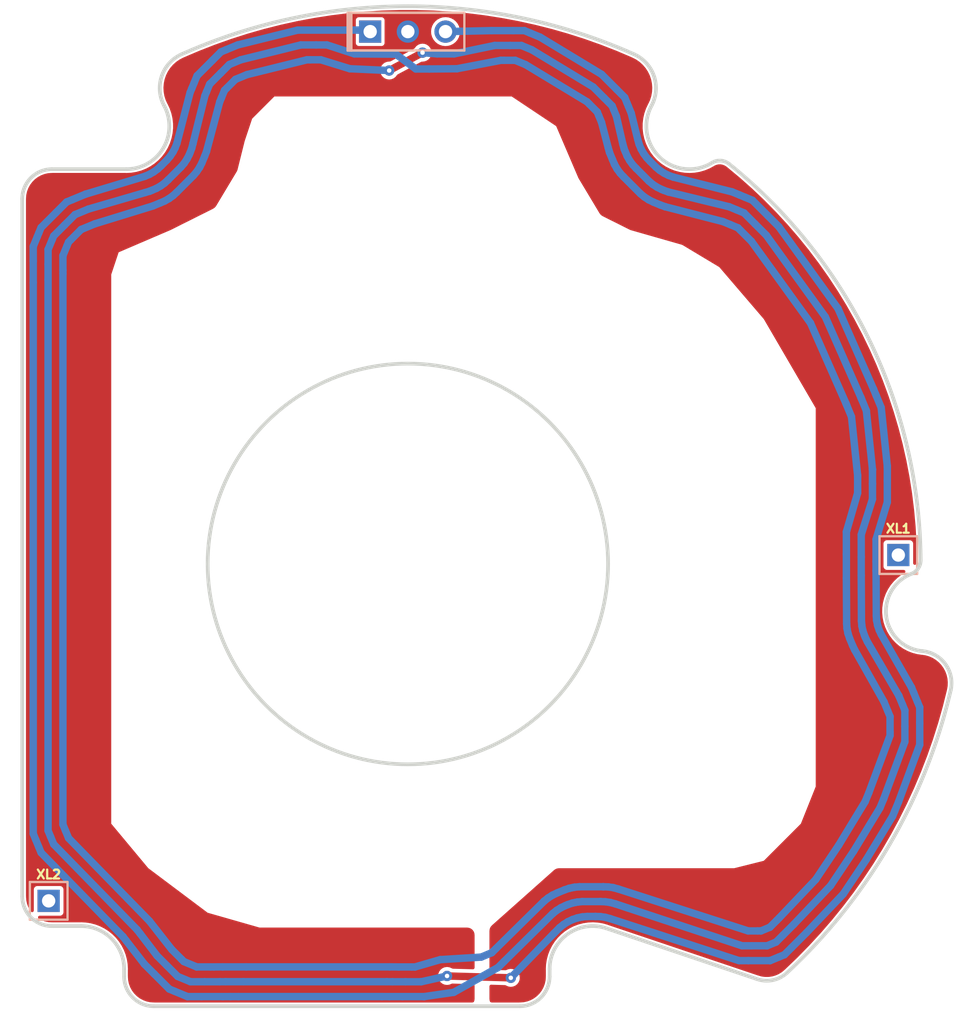
<source format=kicad_pcb>
(kicad_pcb (version 20211014) (generator pcbnew)
  (layers (0 "F.Cu" signal) (31 "B.Cu" signal) (36 "B.SilkS" user "B.Silkscreen") (37 "F.SilkS" user "F.Silkscreen") (38 "B.Mask" user) (39 "F.Mask" user) (44 "Edge.Cuts" user))
  (net 0 "")
  (net 3 "/ANT")
  (net 4 "GND")
  (footprint "Connectors:PLS-1Square" (layer "F.Cu") (at 183.07 89.4)
    (fp_text reference "XL1" (at 0 -1.778) (layer "F.SilkS") (effects (font (size 0.6 0.6))))
    (fp_text value "CONN_1" hide)
    (fp_line (start -1.27 1.27) (end -1.27 -1.27) (layer "B.SilkS") (width 0.15))
    (fp_line (start 1.27 1.27) (end -1.27 1.27) (layer "B.SilkS") (width 0.15))
    (fp_line (start 1.27 -1.27) (end 1.27 1.27) (layer "B.SilkS") (width 0.15))
    (fp_line (start -1.27 -1.27) (end 1.27 -1.27) (layer "B.SilkS") (width 0.15))
    (fp_line (start 1.27 1.27) (end -1.27 1.27) (layer "F.SilkS") (width 0.15))
    (fp_line (start -1.27 1.27) (end -1.27 -1.27) (layer "F.SilkS") (width 0.15))
    (fp_line (start 1.27 -1.27) (end 1.27 1.27) (layer "F.SilkS") (width 0.15))
    (fp_line (start -1.27 -1.27) (end 1.27 -1.27) (layer "F.SilkS") (width 0.15))
    (pad "1" thru_hole rect locked (at 0 0) (size 1.5 1.5) (drill 0.9) (layers *.Cu *.Mask))
  )
  (footprint "Connectors:PLS-1Square" (layer "F.Cu") (at 125.78 112.7)
    (fp_text reference "XL2" (at 0 -1.778) (layer "F.SilkS") (effects (font (size 0.6 0.6))))
    (fp_text value "CONN_1" hide)
    (fp_line (start 1.27 -1.27) (end 1.27 1.27) (layer "B.SilkS") (width 0.15))
    (fp_line (start 1.27 1.27) (end -1.27 1.27) (layer "B.SilkS") (width 0.15))
    (fp_line (start -1.27 1.27) (end -1.27 -1.27) (layer "B.SilkS") (width 0.15))
    (fp_line (start -1.27 -1.27) (end 1.27 -1.27) (layer "B.SilkS") (width 0.15))
    (fp_line (start -1.27 -1.27) (end 1.27 -1.27) (layer "F.SilkS") (width 0.15))
    (fp_line (start -1.27 1.27) (end -1.27 -1.27) (layer "F.SilkS") (width 0.15))
    (fp_line (start 1.27 1.27) (end -1.27 1.27) (layer "F.SilkS") (width 0.15))
    (fp_line (start 1.27 -1.27) (end 1.27 1.27) (layer "F.SilkS") (width 0.15))
    (pad "1" thru_hole rect locked (at 0 0) (size 1.5 1.5) (drill 0.9) (layers *.Cu *.Mask))
  )
  (footprint "Connectors:PLS-3" (layer "F.Cu") (at 147.46 54.13)
    (fp_text reference "XL3" hide)
    (fp_text value "CONN_3" hide)
    (fp_line (start -1.524 1.27) (end -1.524 -1.27) (layer "B.SilkS") (width 0.15))
    (fp_line (start 6.35 -1.27) (end 6.35 1.27) (layer "B.SilkS") (width 0.15))
    (fp_line (start -1.397 1.27) (end -1.27 1.27) (layer "B.SilkS") (width 0.15))
    (fp_line (start -1.524 -1.27) (end -1.397 -1.27) (layer "B.SilkS") (width 0.15))
    (fp_line (start -1.397 -1.27) (end -1.27 -1.27) (layer "B.SilkS") (width 0.15))
    (fp_line (start 6.35 -1.27) (end -1.27 -1.27) (layer "B.SilkS") (width 0.15))
    (fp_line (start -1.27 1.27) (end 6.35 1.27) (layer "B.SilkS") (width 0.15))
    (fp_line (start -1.397 -1.27) (end -1.397 1.27) (layer "B.SilkS") (width 0.15))
    (fp_line (start -1.524 1.27) (end -1.397 1.27) (layer "B.SilkS") (width 0.15))
    (fp_line (start -1.27 1.27) (end -1.27 -1.27) (layer "B.SilkS") (width 0.15))
    (fp_line (start -1.27 1.27) (end 6.35 1.27) (layer "F.SilkS") (width 0.15))
    (fp_line (start 6.35 -1.27) (end 6.35 1.27) (layer "F.SilkS") (width 0.15))
    (fp_line (start -1.27 1.27) (end -1.27 -1.27) (layer "F.SilkS") (width 0.15))
    (fp_line (start -1.524 -1.27) (end -1.27 -1.27) (layer "F.SilkS") (width 0.15))
    (fp_line (start -1.397 -1.27) (end -1.397 1.27) (layer "F.SilkS") (width 0.15))
    (fp_line (start -1.27 -1.27) (end 6.35 -1.27) (layer "F.SilkS") (width 0.15))
    (fp_line (start -1.27 1.27) (end -1.524 1.27) (layer "F.SilkS") (width 0.15))
    (fp_line (start -1.524 1.27) (end -1.524 -1.27) (layer "F.SilkS") (width 0.15))
    (fp_line (start -1.27 -1.27) (end -1.397 -1.27) (layer "F.SilkS") (width 0.15))
    (pad "1" thru_hole rect locked (at 0 0) (size 1.5 1.5) (drill 0.9) (layers *.Cu *.Mask) (net 3 "/ANT") (clearance 0.22))
    (pad "2" thru_hole circle locked (at 2.54 0) (size 1.5 1.5) (drill 0.9) (layers *.Cu *.Mask) (net 4 "GND"))
    (pad "3" thru_hole circle locked (at 5.08 0) (size 1.5 1.5) (drill 0.9) (layers *.Cu *.Mask) (net 3 "/ANT") (clearance 0.22))
  )
  (gr_arc (start 170.504586 62.968795) (mid 166.992327 62.608785) (end 166.430794 59.12306) (layer "Edge.Cuts") (width 0.25))
  (gr_line (start 127.970102 114.4) (end 126 114.4) (layer "Edge.Cuts") (width 0.25))
  (gr_arc (start 171.655494 63.040475) (mid 181.123575 74.930181) (end 184.578955 89.731195) (layer "Edge.Cuts") (width 0.25))
  (gr_line (start 126 63.4) (end 131.016944 63.4) (layer "Edge.Cuts") (width 0.25))
  (gr_arc (start 184.578955 89.731195) (mid 184.4078 90.298519) (end 183.945596 90.669342) (layer "Edge.Cuts") (width 0.25))
  (gr_arc (start 175.56031 117.548629) (mid 174.620135 118.037868) (end 173.561976 117.977999) (layer "Edge.Cuts") (width 0.25))
  (gr_arc (start 126 114.4) (mid 124.585786 113.814214) (end 124 112.4) (layer "Edge.Cuts") (width 0.25))
  (gr_line (start 132.870102 119.8) (end 157.55706 119.8) (layer "Edge.Cuts") (width 0.25))
  (gr_line (start 173.561976 117.977999) (end 163.382188 114.551521) (layer "Edge.Cuts") (width 0.25))
  (gr_arc (start 165.24472 55.650984) (mid 166.59634 57.127886) (end 166.430794 59.12306) (layer "Edge.Cuts") (width 0.25))
  (gr_arc (start 170.504586 62.968795) (mid 171.091423 62.822009) (end 171.655494 63.040475) (layer "Edge.Cuts") (width 0.25))
  (gr_arc (start 133.569206 59.12306) (mid 133.403658 57.127886) (end 134.75528 55.650984) (layer "Edge.Cuts") (width 0.25))
  (gr_arc (start 159.55706 117.3) (mid 160.764853 114.944913) (end 163.382188 114.551521) (layer "Edge.Cuts") (width 0.25))
  (gr_arc (start 184.690587 95.870227) (mid 182.262728 93.5642) (end 183.945596 90.669342) (layer "Edge.Cuts") (width 0.25))
  (gr_arc (start 134.75528 55.650984) (mid 150 52.42) (end 165.24472 55.650984) (layer "Edge.Cuts") (width 0.25))
  (gr_line (start 159.55706 117.3) (end 159.55706 117.8) (layer "Edge.Cuts") (width 0.25))
  (gr_line (start 130.870102 117.8) (end 130.870102 117.3) (layer "Edge.Cuts") (width 0.25))
  (gr_arc (start 127.970102 114.4) (mid 130.020712 115.24939) (end 130.870102 117.3) (layer "Edge.Cuts") (width 0.25))
  (gr_arc (start 133.569206 59.12306) (mid 133.507238 61.986081) (end 131.016944 63.4) (layer "Edge.Cuts") (width 0.25))
  (gr_arc (start 184.690587 95.870227) (mid 186.248634 96.75809) (end 186.602349 98.516129) (layer "Edge.Cuts") (width 0.25))
  (gr_arc (start 124 65.4) (mid 124.585786 63.985786) (end 126 63.4) (layer "Edge.Cuts") (width 0.25))
  (gr_line (start 124 65.4) (end 124 112.4) (layer "Edge.Cuts") (width 0.25))
  (gr_arc (start 132.870102 119.8) (mid 131.455888 119.214214) (end 130.870102 117.8) (layer "Edge.Cuts") (width 0.25))
  (gr_circle (center 150 90) (end 163.5 90) (layer "Edge.Cuts") (width 0.25) (fill none))
  (gr_arc (start 186.602349 98.516129) (mid 182.505508 108.858641) (end 175.56031 117.548629) (layer "Edge.Cuts") (width 0.25))
  (gr_arc (start 159.55706 117.8) (mid 158.971274 119.214214) (end 157.55706 119.8) (layer "Edge.Cuts") (width 0.25))
  (segment (start 156.9416 117.8873) (end 152.6426 117.761) (width 0.5) (layer "F.Cu") (net 3))
  (segment (start 150.9903 55.5472) (end 148.7411 56.7517) (width 0.5) (layer "F.Cu") (net 3))
  (via (at 156.9416 117.8873) (size 0.7) (drill 0.3) (layers "F.Cu" "B.Cu") (net 3))
  (via (at 152.6426 117.761) (size 0.7) (drill 0.3) (layers "F.Cu" "B.Cu") (net 3))
  (via (at 148.7411 56.7517) (size 0.7) (drill 0.3) (layers "F.Cu" "B.Cu") (net 3))
  (via (at 150.9903 55.5472) (size 0.7) (drill 0.3) (layers "F.Cu" "B.Cu") (net 3))
  (segment (start 182.1023 99.289) (end 182.11 99.3075) (width 0.5) (layer "B.Cu") (net 3))
  (segment (start 135.4311 61.9846) (end 135.5077 61.6872) (width 0.5) (layer "B.Cu") (net 3))
  (segment (start 127.9871 67.4567) (end 128.8841 67.0853) (width 0.5) (layer "B.Cu") (net 3))
  (segment (start 180.9064 109.9231) (end 179.3528 112.2423) (width 0.5) (layer "B.Cu") (net 3))
  (segment (start 176.0232 114.2805) (end 178.5014 111.6769) (width 0.5) (layer "B.Cu") (net 3))
  (segment (start 152.1867 116.6604) (end 150.4848 117.1531) (width 0.5) (layer "B.Cu") (net 3))
  (segment (start 164.5384 63.9064) (end 164.556 63.9251) (width 0.5) (layer "B.Cu") (net 3))
  (segment (start 163.7706 59.132) (end 163.2342 58.5956) (width 0.5) (layer "B.Cu") (net 3))
  (segment (start 146.96 54.0277) (end 146.71 54.0277) (width 0.5) (layer "B.Cu") (net 3))
  (segment (start 132.2337 116.9614) (end 132.8976 117.6253) (width 0.5) (layer "B.Cu") (net 3))
  (segment (start 154.9422 116.4899) (end 152.1867 116.6604) (width 0.5) (layer "B.Cu") (net 3))
  (segment (start 181.3274 83.6456) (end 181.3273 83.6256) (width 0.5) (layer "B.Cu") (net 3))
  (segment (start 161.2299 111.7803) (end 161.0928 111.8092) (width 0.5) (layer "B.Cu") (net 3))
  (segment (start 135.943 63.3024) (end 135.9543 63.2835) (width 0.5) (layer "B.Cu") (net 3))
  (segment (start 179.5495 79.205) (end 179.5939 79.3122) (width 0.5) (layer "B.Cu") (net 3))
  (segment (start 137.9609 56.349) (end 138.7341 56.0287) (width 0.5) (layer "B.Cu") (net 3))
  (segment (start 161.6195 113.8104) (end 161.4456 113.8471) (width 0.5) (layer "B.Cu") (net 3))
  (segment (start 126.0129 68.1572) (end 126.1204 67.8976) (width 0.5) (layer "B.Cu") (net 3))
  (segment (start 167.5856 63.822) (end 167.8864 63.9286) (width 0.5) (layer "B.Cu") (net 3))
  (segment (start 182.328 84.3903) (end 182.328 85.8373) (width 0.5) (layer "B.Cu") (net 3))
  (segment (start 166.2486 65.466) (end 166.5576 65.6188) (width 0.5) (layer "B.Cu") (net 3))
  (segment (start 161.0928 111.8092) (end 160.9189 111.8459) (width 0.5) (layer "B.Cu") (net 3))
  (segment (start 167.0375 65.8178) (end 167.3383 65.9244) (width 0.5) (layer "B.Cu") (net 3))
  (segment (start 134.2766 118.7934) (end 135.1254 119.145) (width 0.5) (layer "B.Cu") (net 3))
  (segment (start 160.7852 112.9545) (end 161.086 112.8519) (width 0.5) (layer "B.Cu") (net 3))
  (segment (start 164.5887 62.0415) (end 164.5564 61.9287) (width 0.5) (layer "B.Cu") (net 3))
  (segment (start 137.5293 119.1503) (end 138.042 119.1495) (width 0.5) (layer "B.Cu") (net 3))
  (segment (start 174.8272 115.4765) (end 175.2903 115.0134) (width 0.5) (layer "B.Cu") (net 3))
  (segment (start 184.5135 100.7308) (end 184.5135 102.1778) (width 0.5) (layer "B.Cu") (net 3))
  (segment (start 184.5135 99.6792) (end 184.5135 100.7308) (width 0.5) (layer "B.Cu") (net 3))
  (segment (start 164.8718 59.1695) (end 165.0613 59.6272) (width 0.5) (layer "B.Cu") (net 3))
  (segment (start 180.8332 106.0162) (end 179.0544 108.9433) (width 0.5) (layer "B.Cu") (net 3))
  (segment (start 183.5129 99.8845) (end 183.5128 99.8645) (width 0.5) (layer "B.Cu") (net 3))
  (segment (start 165.3986 63.3521) (end 165.381 63.3334) (width 0.5) (layer "B.Cu") (net 3))
  (segment (start 162.8706 59.7892) (end 163.0601 60.2469) (width 0.5) (layer "B.Cu") (net 3))
  (segment (start 126.7419 70.2186) (end 126.7419 69.2276) (width 0.5) (layer "B.Cu") (net 3))
  (segment (start 165.6757 65.0448) (end 165.9407 65.2662) (width 0.5) (layer "B.Cu") (net 3))
  (segment (start 171.8691 64.9311) (end 172.3717 65.1393) (width 0.5) (layer "B.Cu") (net 3))
  (segment (start 182.5123 100.2989) (end 182.5123 101.3505) (width 0.5) (layer "B.Cu") (net 3))
  (segment (start 149.6388 119.1508) (end 151.084 119.1508) (width 0.5) (layer "B.Cu") (net 3))
  (segment (start 160.8725 111.8567) (end 160.5717 111.9593) (width 0.5) (layer "B.Cu") (net 3))
  (segment (start 162.2336 59.01) (end 162.77 59.5464) (width 0.5) (layer "B.Cu") (net 3))
  (segment (start 161.111 112.8465) (end 161.2849 112.8098) (width 0.5) (layer "B.Cu") (net 3))
  (segment (start 149.8443 118.152) (end 148.9679 118.152) (width 0.5) (layer "B.Cu") (net 3))
  (segment (start 152.54 54.13) (end 155.6525 54.0627) (width 0.5) (layer "B.Cu") (net 3))
  (segment (start 160.7609 112.9629) (end 160.7852 112.9545) (width 0.5) (layer "B.Cu") (net 3))
  (segment (start 180.5688 89.5261) (end 180.5688 88.0261) (width 0.5) (layer "B.Cu") (net 3))
  (segment (start 180.5945 78.8978) (end 180.5501 78.7906) (width 0.5) (layer "B.Cu") (net 3))
  (segment (start 132.281 64.975) (end 132.5754 64.8882) (width 0.5) (layer "B.Cu") (net 3))
  (segment (start 134.7496 116.6455) (end 134.0857 115.9816) (width 0.5) (layer "B.Cu") (net 3))
  (segment (start 127.121 68.312) (end 127.2677 68.1653) (width 0.5) (layer "B.Cu") (net 3))
  (segment (start 163.315 112.7598) (end 163.6549 112.8098) (width 0.5) (layer "B.Cu") (net 3))
  (segment (start 167.5518 64.9292) (end 167.251 64.8226) (width 0.5) (layer "B.Cu") (net 3))
  (segment (start 181.5694 90.4609) (end 181.5855 93.5065) (width 0.5) (layer "B.Cu") (net 3))
  (segment (start 179.5784 87.801) (end 179.5682 87.8415) (width 0.5) (layer "B.Cu") (net 3))
  (segment (start 174.1674 67.8478) (end 173.4138 67.0942) (width 0.5) (layer "B.Cu") (net 3))
  (segment (start 135.3307 118.1444) (end 134.4819 117.7928) (width 0.5) (layer "B.Cu") (net 3))
  (segment (start 183.5129 100.9361) (end 183.5129 99.8845) (width 0.5) (layer "B.Cu") (net 3))
  (segment (start 161.2554 111.7779) (end 161.2299 111.7803) (width 0.5) (layer "B.Cu") (net 3))
  (segment (start 166.7226 63.2593) (end 166.9876 63.4807) (width 0.5) (layer "B.Cu") (net 3))
  (segment (start 133.8285 64.1244) (end 133.8473 64.107) (width 0.5) (layer "B.Cu") (net 3))
  (segment (start 181.6125 93.8336) (end 181.6733 94.1298) (width 0.5) (layer "B.Cu") (net 3))
  (segment (start 125.9131 108.3826) (end 125.7415 107.9682) (width 0.5) (layer "B.Cu") (net 3))
  (segment (start 180.1277 95.79) (end 182.1023 99.289) (width 0.5) (layer "B.Cu") (net 3))
  (segment (start 150.4848 117.1531) (end 150.4648 117.1532) (width 0.5) (layer "B.Cu") (net 3))
  (segment (start 167.3383 65.9244) (end 167.3625 65.9329) (width 0.5) (layer "B.Cu") (net 3))
  (segment (start 136.4376 58.1532) (end 136.6363 57.6737) (width 0.5) (layer "B.Cu") (net 3))
  (segment (start 164.9576 62.8233) (end 164.7876 62.5235) (width 0.5) (layer "B.Cu") (net 3))
  (segment (start 133.0851 116.396) (end 131.9504 114.9097) (width 0.5) (layer "B.Cu") (net 3))
  (segment (start 161.0955 113.9635) (end 160.8087 114.0995) (width 0.5) (layer "B.Cu") (net 3))
  (segment (start 162.6373 113.7505) (end 162.0985 113.7505) (width 0.5) (layer "B.Cu") (net 3))
  (segment (start 135.757 63.5776) (end 135.943 63.3024) (width 0.5) (layer "B.Cu") (net 3))
  (segment (start 181.6785 94.155) (end 181.7835 94.466) (width 0.5) (layer "B.Cu") (net 3))
  (segment (start 163.8684 111.8146) (end 163.847 111.8092) (width 0.5) (layer "B.Cu") (net 3))
  (segment (start 175.0226 113.8661) (end 174.8759 114.0128) (width 0.5) (layer "B.Cu") (net 3))
  (segment (start 165.381 63.3334) (end 165.1626 63.1008) (width 0.5) (layer "B.Cu") (net 3))
  (segment (start 160.0433 113.3378) (end 160.3117 113.1676) (width 0.5) (layer "B.Cu") (net 3))
  (segment (start 182.328 83.4403) (end 182.328 84.3903) (width 0.5) (layer "B.Cu") (net 3))
  (segment (start 135.4155 57.9998) (end 135.3154 58.2416) (width 0.5) (layer "B.Cu") (net 3))
  (segment (start 135.437 57.9479) (end 135.4155 57.9998) (width 0.5) (layer "B.Cu") (net 3))
  (segment (start 133.749 117.0599) (end 133.0851 116.396) (width 0.5) (layer "B.Cu") (net 3))
  (segment (start 155.6525 54.0627) (end 157.0995 54.0627) (width 0.5) (layer "B.Cu") (net 3))
  (segment (start 181.7835 94.466) (end 181.9245 94.762) (width 0.5) (layer "B.Cu") (net 3))
  (segment (start 137.3833 56.9266) (end 137.9609 56.349) (width 0.5) (layer "B.Cu") (net 3))
  (segment (start 144.545 55.0283) (end 146.3991 55.6306) (width 0.5) (layer "B.Cu") (net 3))
  (segment (start 162.0869 58.8633) (end 162.2336 59.01) (width 0.5) (layer "B.Cu") (net 3))
  (segment (start 172.7318 65.2885) (end 173.2321 65.4958) (width 0.5) (layer "B.Cu") (net 3))
  (segment (start 137.3166 58.8613) (end 137.4167 58.6195) (width 0.5) (layer "B.Cu") (net 3))
  (segment (start 179.6773 94.6817) (end 179.6827 94.7031) (width 0.5) (layer "B.Cu") (net 3))
  (segment (start 182.3525 99.8931) (end 182.5122 100.2789) (width 0.5) (layer "B.Cu") (net 3))
  (segment (start 165.5893 61.7069) (end 165.5965 61.7316) (width 0.5) (layer "B.Cu") (net 3))
  (segment (start 147.46 54.13) (end 146.96 54.0277) (width 0.5) (layer "B.Cu") (net 3))
  (segment (start 167.2766 63.6692) (end 167.5856 63.822) (width 0.5) (layer "B.Cu") (net 3))
  (segment (start 156.2722 56.0639) (end 156.4798 56.0639) (width 0.5) (layer "B.Cu") (net 3))
  (segment (start 155.6627 116.1915) (end 155.6442 116.1993) (width 0.5) (layer "B.Cu") (net 3))
  (segment (start 136.7028 117.1509) (end 135.764 117.1509) (width 0.5) (layer "B.Cu") (net 3))
  (segment (start 178.1502 73.3538) (end 174.1674 67.8478) (width 0.5) (layer "B.Cu") (net 3))
  (segment (start 132.8135 65.8761) (end 133.2934 65.6771) (width 0.5) (layer "B.Cu") (net 3))
  (segment (start 150.258 117.1532) (end 149.3816 117.1532) (width 0.5) (layer "B.Cu") (net 3))
  (segment (start 136.316 58.4469) (end 136.4161 58.2051) (width 0.5) (layer "B.Cu") (net 3))
  (segment (start 136.1083 62.9885) (end 136.3073 62.5086) (width 0.5) (layer "B.Cu") (net 3))
  (segment (start 174.2221 115.727) (end 174.8087 115.4842) (width 0.5) (layer "B.Cu") (net 3))
  (segment (start 161.4475 112.7785) (end 161.7639 112.7499) (width 0.5) (layer "B.Cu") (net 3))
  (segment (start 179.9867 95.494) (end 180.1277 95.79) (width 0.5) (layer "B.Cu") (net 3))
  (segment (start 127.9685 67.4645) (end 127.9871 67.4567) (width 0.5) (layer "B.Cu") (net 3))
  (segment (start 160.3117 113.1676) (end 160.3348 113.1566) (width 0.5) (layer "B.Cu") (net 3))
  (segment (start 159.7547 113.5676) (end 159.7746 113.5514) (width 0.5) (layer "B.Cu") (net 3))
  (segment (start 135.5141 61.6623) (end 136.316 58.4469) (width 0.5) (layer "B.Cu") (net 3))
  (segment (start 163.0601 60.2469) (end 163.5057 61.9482) (width 0.5) (layer "B.Cu") (net 3))
  (segment (start 133.3546 63.1815) (end 133.1294 63.3899) (width 0.5) (layer "B.Cu") (net 3))
  (segment (start 181.8338 106.4306) (end 182.0806 105.8347) (width 0.5) (layer "B.Cu") (net 3))
  (segment (start 173.8077 114.7264) (end 173.7877 114.7265) (width 0.5) (layer "B.Cu") (net 3))
  (segment (start 182.6852 106.996) (end 180.9064 109.9231) (width 0.5) (layer "B.Cu") (net 3))
  (segment (start 172.4132 67.5086) (end 173.1668 68.2622) (width 0.5) (layer "B.Cu") (net 3))
  (segment (start 165.7305 62.0496) (end 165.9005 62.3494) (width 0.5) (layer "B.Cu") (net 3))
  (segment (start 137.7556 55.3484) (end 137.3955 55.4976) (width 0.5) (layer "B.Cu") (net 3))
  (segment (start 160.6216 113.0206) (end 160.7609 112.9629) (width 0.5) (layer "B.Cu") (net 3))
  (segment (start 132.7393 64.8232) (end 133.0453 64.6932) (width 0.5) (layer "B.Cu") (net 3))
  (segment (start 166.2297 65.4547) (end 166.2486 65.466) (width 0.5) (layer "B.Cu") (net 3))
  (segment (start 137.4382 58.5676) (end 137.6369 58.0881) (width 0.5) (layer "B.Cu") (net 3))
  (segment (start 159.1817 112.725) (end 155.9433 115.9123) (width 0.5) (layer "B.Cu") (net 3))
  (segment (start 173.4138 67.0942) (end 172.6809 66.3613) (width 0.5) (layer "B.Cu") (net 3))
  (segment (start 180.6097 94.1427) (end 180.5849 93.8411) (width 0.5) (layer "B.Cu") (net 3))
  (segment (start 180.6119 94.1682) (end 180.6097 94.1427) (width 0.5) (layer "B.Cu") (net 3))
  (segment (start 132.5714 63.7503) (end 132.2654 63.8803) (width 0.5) (layer "B.Cu") (net 3))
  (segment (start 183.5129 101.9725) (end 183.5129 100.9361) (width 0.5) (layer "B.Cu") (net 3))
  (segment (start 126.1204 67.8976) (end 126.8533 67.1647) (width 0.5) (layer "B.Cu") (net 3))
  (segment (start 160.8939 111.8513) (end 160.8725 111.8567) (width 0.5) (layer "B.Cu") (net 3))
  (segment (start 180.7829 94.8006) (end 180.6779 94.4896) (width 0.5) (layer "B.Cu") (net 3))
  (segment (start 142.5775 54.0277) (end 138.5288 55.0281) (width 0.5) (layer "B.Cu") (net 3))
  (segment (start 127.0073 65.6047) (end 126.9887 65.6125) (width 0.5) (layer "B.Cu") (net 3))
  (segment (start 174.2021 115.7271) (end 174.2221 115.727) (width 0.5) (layer "B.Cu") (net 3))
  (segment (start 172.9451 114.7265) (end 164.1994 111.9057) (width 0.5) (layer "B.Cu") (net 3))
  (segment (start 167.8864 63.9286) (end 167.9106 63.9371) (width 0.5) (layer "B.Cu") (net 3))
  (segment (start 162.663 113.7512) (end 162.6373 113.7505) (width 0.5) (layer "B.Cu") (net 3))
  (segment (start 143.8192 55.0283) (end 144.545 55.0283) (width 0.5) (layer "B.Cu") (net 3))
  (segment (start 125.7413 68.8132) (end 125.749 68.7946) (width 0.5) (layer "B.Cu") (net 3))
  (segment (start 132.5769 114.0606) (end 127.1226 108.4724) (width 0.5) (layer "B.Cu") (net 3))
  (segment (start 158.2167 54.2119) (end 158.9158 54.5016) (width 0.5) (layer "B.Cu") (net 3))
  (segment (start 163.5057 61.9482) (end 163.5612 62.1422) (width 0.5) (layer "B.Cu") (net 3))
  (segment (start 183.962 98.3277) (end 184.1112 98.6878) (width 0.5) (layer "B.Cu") (net 3))
  (segment (start 138.042 119.1495) (end 138.5808 119.1495) (width 0.5) (layer "B.Cu") (net 3))
  (segment (start 163.7783 59.1505) (end 163.7706 59.132) (width 0.5) (layer "B.Cu") (net 3))
  (segment (start 150.5344 56.6478) (end 151.4462 56.6478) (width 0.5) (layer "B.Cu") (net 3))
  (segment (start 126.7419 70.4262) (end 126.7419 70.2186) (width 0.5) (layer "B.Cu") (net 3))
  (segment (start 132.8976 117.6253) (end 133.9165 118.6442) (width 0.5) (layer "B.Cu") (net 3))
  (segment (start 138.5288 55.0281) (end 137.7556 55.3484) (width 0.5) (layer "B.Cu") (net 3))
  (segment (start 157.936 56.3536) (end 162.0869 58.8633) (width 0.5) (layer "B.Cu") (net 3))
  (segment (start 175.3926 116.3279) (end 175.3741 116.3356) (width 0.5) (layer "B.Cu") (net 3))
  (segment (start 165.5965 61.7316) (end 165.7205 62.026) (width 0.5) (layer "B.Cu") (net 3))
  (segment (start 138.5808 119.1495) (end 148.2487 119.1495) (width 0.5) (layer "B.Cu") (net 3))
  (segment (start 164.7876 62.5235) (end 164.7776 62.4999) (width 0.5) (layer "B.Cu") (net 3))
  (segment (start 135.799 57.0941) (end 135.7849 57.1083) (width 0.5) (layer "B.Cu") (net 3))
  (segment (start 137.651 58.0739) (end 137.7977 57.9272) (width 0.5) (layer "B.Cu") (net 3))
  (segment (start 161.1198 113.9551) (end 161.0955 113.9635) (width 0.5) (layer "B.Cu") (net 3))
  (segment (start 133.1294 63.3899) (end 132.8604 63.586) (width 0.5) (layer "B.Cu") (net 3))
  (segment (start 181.3273 83.6256) (end 180.9135 79.6684) (width 0.5) (layer "B.Cu") (net 3))
  (segment (start 182.0806 105.8347) (end 183.5129 101.9725) (width 0.5) (layer "B.Cu") (net 3))
  (segment (start 165.557 61.5941) (end 165.5893 61.7069) (width 0.5) (layer "B.Cu") (net 3))
  (segment (start 127.5727 66.4561) (end 128.4697 66.0847) (width 0.5) (layer "B.Cu") (net 3))
  (segment (start 166.2487 64.2022) (end 165.3986 63.3521) (width 0.5) (layer "B.Cu") (net 3))
  (segment (start 163.1897 111.75) (end 163.164 111.7493) (width 0.5) (layer "B.Cu") (net 3))
  (segment (start 178.5014 111.6769) (end 180.055 109.3577) (width 0.5) (layer "B.Cu") (net 3))
  (segment (start 180.6727 94.4644) (end 180.6119 94.1682) (width 0.5) (layer "B.Cu") (net 3))
  (segment (start 162.9804 113.7604) (end 162.663 113.7512) (width 0.5) (layer "B.Cu") (net 3))
  (segment (start 146.71 54.0277) (end 142.5775 54.0277) (width 0.5) (layer "B.Cu") (net 3))
  (segment (start 172.3717 65.1393) (end 172.7318 65.2885) (width 0.5) (layer "B.Cu") (net 3))
  (segment (start 173.2463 65.5099) (end 174.2652 66.5288) (width 0.5) (layer "B.Cu") (net 3))
  (segment (start 133.8473 64.107) (end 134.6974 63.2569) (width 0.5) (layer "B.Cu") (net 3))
  (segment (start 134.4305 61.65) (end 134.3115 61.9605) (width 0.5) (layer "B.Cu") (net 3))
  (segment (start 164.5009 61.7347) (end 164.0607 59.8325) (width 0.5) (layer "B.Cu") (net 3))
  (segment (start 174.2652 66.5288) (end 175.0188 67.2824) (width 0.5) (layer "B.Cu") (net 3))
  (segment (start 133.3343 64.5289) (end 133.6033 64.3328) (width 0.5) (layer "B.Cu") (net 3))
  (segment (start 181.6733 94.1298) (end 181.6785 94.155) (width 0.5) (layer "B.Cu") (net 3))
  (segment (start 125.7413 69.8042) (end 125.7413 68.8132) (width 0.5) (layer "B.Cu") (net 3))
  (segment (start 151.4462 56.6478) (end 153.3131 56.6312) (width 0.5) (layer "B.Cu") (net 3))
  (segment (start 131.0075 115.3836) (end 132.2337 116.9614) (width 0.5) (layer "B.Cu") (net 3))
  (segment (start 166.3415 62.8782) (end 166.7226 63.2593) (width 0.5) (layer "B.Cu") (net 3))
  (segment (start 180.3268 84.06) (end 180.3268 85.01) (width 0.5) (layer "B.Cu") (net 3))
  (segment (start 135.7451 117.1438) (end 134.8963 116.7922) (width 0.5) (layer "B.Cu") (net 3))
  (segment (start 135.1254 119.145) (end 135.1445 119.1503) (width 0.5) (layer "B.Cu") (net 3))
  (segment (start 163.5935 62.255) (end 163.6007 62.2797) (width 0.5) (layer "B.Cu") (net 3))
  (segment (start 159.4703 112.4952) (end 159.4486 112.509) (width 0.5) (layer "B.Cu") (net 3))
  (segment (start 164.0607 59.8325) (end 163.8712 59.3748) (width 0.5) (layer "B.Cu") (net 3))
  (segment (start 133.7545 62.783) (end 133.3734 63.1641) (width 0.5) (layer "B.Cu") (net 3))
  (segment (start 125.269 67.3322) (end 125.1198 67.6923) (width 0.5) (layer "B.Cu") (net 3))
  (segment (start 181.08 105.4203) (end 180.8332 106.0162) (width 0.5) (layer "B.Cu") (net 3))
  (segment (start 156.8942 55.0633) (end 155.8578 55.0633) (width 0.5) (layer "B.Cu") (net 3))
  (segment (start 135.764 117.1509) (end 135.7451 117.1438) (width 0.5) (layer "B.Cu") (net 3))
  (segment (start 158.9158 54.5016) (end 163.0667 57.0113) (width 0.5) (layer "B.Cu") (net 3))
  (segment (start 181.3274 85.632) (end 181.3274 84.5956) (width 0.5) (layer "B.Cu") (net 3))
  (segment (start 175.0188 67.2824) (end 179.0016 72.7884) (width 0.5) (layer "B.Cu") (net 3))
  (segment (start 172.5307 115.7271) (end 173.1657 115.7271) (width 0.5) (layer "B.Cu") (net 3))
  (segment (start 183.1106 98.8931) (end 183.1029 98.8746) (width 0.5) (layer "B.Cu") (net 3))
  (segment (start 157.6513 55.0633) (end 156.8942 55.0633) (width 0.5) (layer "B.Cu") (net 3))
  (segment (start 179.5682 87.8415) (end 179.5682 89.3415) (width 0.5) (layer "B.Cu") (net 3))
  (segment (start 158.3504 55.353) (end 157.6513 55.0633) (width 0.5) (layer "B.Cu") (net 3))
  (segment (start 148.5833 118.1489) (end 138.9154 118.1489) (width 0.5) (layer "B.Cu") (net 3))
  (segment (start 134.8963 116.7922) (end 134.7496 116.6455) (width 0.5) (layer "B.Cu") (net 3))
  (segment (start 136.9098 117.1509) (end 136.7028 117.1509) (width 0.5) (layer "B.Cu") (net 3))
  (segment (start 167.576 64.9377) (end 167.5518 64.9292) (width 0.5) (layer "B.Cu") (net 3))
  (segment (start 166.5137 64.4236) (end 166.2487 64.2022) (width 0.5) (layer "B.Cu") (net 3))
  (segment (start 182.5123 101.5581) (end 181.08 105.4203) (width 0.5) (layer "B.Cu") (net 3))
  (segment (start 126.8533 67.1647) (end 127.5541 66.4639) (width 0.5) (layer "B.Cu") (net 3))
  (segment (start 172.6809 66.3613) (end 172.6667 66.3472) (width 0.5) (layer "B.Cu") (net 3))
  (segment (start 143.1972 56.0289) (end 143.4048 56.0289) (width 0.5) (layer "B.Cu") (net 3))
  (segment (start 183.5128 99.8645) (end 183.3531 99.4787) (width 0.5) (layer "B.Cu") (net 3))
  (segment (start 139.1485 57.0293) (end 143.1972 56.0289) (width 0.5) (layer "B.Cu") (net 3))
  (segment (start 135.3154 58.2416) (end 134.4305 61.65) (width 0.5) (layer "B.Cu") (net 3))
  (segment (start 173.1668 68.2622) (end 177.1496 73.7682) (width 0.5) (layer "B.Cu") (net 3))
  (segment (start 137.7074 118.1489) (end 137.3239 118.1506) (width 0.5) (layer "B.Cu") (net 3))
  (segment (start 134.1575 62.2555) (end 133.9715 62.5307) (width 0.5) (layer "B.Cu") (net 3))
  (segment (start 182.3279 83.4203) (end 182.328 83.4403) (width 0.5) (layer "B.Cu") (net 3))
  (segment (start 133.3734 63.1641) (end 133.3546 63.1815) (width 0.5) (layer "B.Cu") (net 3))
  (segment (start 176.8746 114.8459) (end 175.8557 115.8648) (width 0.5) (layer "B.Cu") (net 3))
  (segment (start 183.9543 98.3092) (end 183.962 98.3277) (width 0.5) (layer "B.Cu") (net 3))
  (segment (start 165.9005 62.3494) (end 166.1055 62.6269) (width 0.5) (layer "B.Cu") (net 3))
  (segment (start 133.9165 118.6442) (end 134.2766 118.7934) (width 0.5) (layer "B.Cu") (net 3))
  (segment (start 164.1994 111.9057) (end 163.8684 111.8146) (width 0.5) (layer "B.Cu") (net 3))
  (segment (start 164.6297 58.5851) (end 164.7789 58.9452) (width 0.5) (layer "B.Cu") (net 3))
  (segment (start 179.5417 79.1864) (end 179.5495 79.205) (width 0.5) (layer "B.Cu") (net 3))
  (segment (start 174.4074 116.7277) (end 172.9604 116.7277) (width 0.5) (layer "B.Cu") (net 3))
  (segment (start 179.5939 79.3122) (end 179.9129 80.0828) (width 0.5) (layer "B.Cu") (net 3))
  (segment (start 177.1496 73.7682) (end 179.5417 79.1864) (width 0.5) (layer "B.Cu") (net 3))
  (segment (start 162.77 59.5464) (end 162.7777 59.5649) (width 0.5) (layer "B.Cu") (net 3))
  (segment (start 131.9504 114.9097) (end 131.7502 114.6539) (width 0.5) (layer "B.Cu") (net 3))
  (segment (start 164.0856 58.0302) (end 164.622 58.5666) (width 0.5) (layer "B.Cu") (net 3))
  (segment (start 174.4128 114.4759) (end 174.3943 114.4836) (width 0.5) (layer "B.Cu") (net 3))
  (segment (start 130.7914 115.1075) (end 130.8073 115.1278) (width 0.5) (layer "B.Cu") (net 3))
  (segment (start 162.0985 113.7505) (end 161.7821 113.7791) (width 0.5) (layer "B.Cu") (net 3))
  (segment (start 143.4048 56.0289) (end 144.1306 56.0289) (width 0.5) (layer "B.Cu") (net 3))
  (segment (start 160.0216 113.3516) (end 160.0433 113.3378) (width 0.5) (layer "B.Cu") (net 3))
  (segment (start 182.5123 101.3505) (end 182.5123 101.5581) (width 0.5) (layer "B.Cu") (net 3))
  (segment (start 135.1368 62.6597) (end 135.2544 62.4344) (width 0.5) (layer "B.Cu") (net 3))
  (segment (start 172.2665 67.3619) (end 172.4132 67.5086) (width 0.5) (layer "B.Cu") (net 3))
  (segment (start 172.1664 66.1399) (end 171.6638 65.9317) (width 0.5) (layer "B.Cu") (net 3))
  (segment (start 128.2644 65.0841) (end 127.3674 65.4555) (width 0.5) (layer "B.Cu") (net 3))
  (segment (start 149.3816 117.1532) (end 148.7754 117.1483) (width 0.5) (layer "B.Cu") (net 3))
  (segment (start 150.8985 118.1519) (end 150.8785 118.152) (width 0.5) (layer "B.Cu") (net 3))
  (segment (start 179.6091 94.3348) (end 179.6113 94.3603) (width 0.5) (layer "B.Cu") (net 3))
  (segment (start 137.7977 57.9272) (end 138.3753 57.3496) (width 0.5) (layer "B.Cu") (net 3))
  (segment (start 155.9433 115.9123) (end 155.6627 116.1915) (width 0.5) (layer "B.Cu") (net 3))
  (segment (start 127.0135 68.5716) (end 127.121 68.312) (width 0.5) (layer "B.Cu") (net 3))
  (segment (start 180.055 109.3577) (end 181.8338 106.4306) (width 0.5) (layer "B.Cu") (net 3))
  (segment (start 144.1306 56.0289) (end 146.0861 56.6312) (width 0.5) (layer "B.Cu") (net 3))
  (segment (start 159.7387 112.325) (end 159.4703 112.4952) (width 0.5) (layer "B.Cu") (net 3))
  (segment (start 137.3955 55.4976) (end 136.8179 56.0752) (width 0.5) (layer "B.Cu") (net 3))
  (segment (start 171.752 67.1405) (end 172.2523 67.3478) (width 0.5) (layer "B.Cu") (net 3))
  (segment (start 173.7877 114.7265) (end 173.5801 114.7265) (width 0.5) (layer "B.Cu") (net 3))
  (segment (start 157.2369 56.0639) (end 157.936 56.3536) (width 0.5) (layer "B.Cu") (net 3))
  (segment (start 175.3741 116.3356) (end 175.014 116.4848) (width 0.5) (layer "B.Cu") (net 3))
  (segment (start 151.084 119.1508) (end 151.104 119.1508) (width 0.5) (layer "B.Cu") (net 3))
  (segment (start 177.5008 111.2625) (end 175.0226 113.8661) (width 0.5) (layer "B.Cu") (net 3))
  (segment (start 134.6974 63.2569) (end 134.9144 63.0046) (width 0.5) (layer "B.Cu") (net 3))
  (segment (start 180.5688 90.7739) (end 180.5688 89.5261) (width 0.5) (layer "B.Cu") (net 3))
  (segment (start 146.0861 56.6312) (end 148.7411 56.7517) (width 0.5) (layer "B.Cu") (net 3))
  (segment (start 167.251 64.8226) (end 167.1117 64.7649) (width 0.5) (layer "B.Cu") (net 3))
  (segment (start 180.9816 95.2359) (end 180.8406 94.9399) (width 0.5) (layer "B.Cu") (net 3))
  (segment (start 182.8344 106.6359) (end 182.6852 106.996) (width 0.5) (layer "B.Cu") (net 3))
  (segment (start 180.5501 78.7906) (end 180.5423 78.772) (width 0.5) (layer "B.Cu") (net 3))
  (segment (start 173.1657 115.7271) (end 174.2021 115.7271) (width 0.5) (layer "B.Cu") (net 3))
  (segment (start 165.5015 61.4001) (end 165.557 61.5941) (width 0.5) (layer "B.Cu") (net 3))
  (segment (start 165.9407 65.2662) (end 166.2297 65.4547) (width 0.5) (layer "B.Cu") (net 3))
  (segment (start 164.32 63.6738) (end 164.5384 63.9064) (width 0.5) (layer "B.Cu") (net 3))
  (segment (start 163.6513 113.9015) (end 163.3203 113.8104) (width 0.5) (layer "B.Cu") (net 3))
  (segment (start 148.7754 117.1483) (end 139.1075 117.1483) (width 0.5) (layer "B.Cu") (net 3))
  (segment (start 180.5423 78.772) (end 178.1502 73.3538) (width 0.5) (layer "B.Cu") (net 3))
  (segment (start 126.7421 107.5538) (end 126.7419 70.4262) (width 0.5) (layer "B.Cu") (net 3))
  (segment (start 134.9144 63.0046) (end 135.1004 62.7294) (width 0.5) (layer "B.Cu") (net 3))
  (segment (start 165.7205 62.026) (end 165.7305 62.0496) (width 0.5) (layer "B.Cu") (net 3))
  (segment (start 153.1141 55.6306) (end 151.9659 55.6306) (width 0.5) (layer "B.Cu") (net 3))
  (segment (start 181.5694 89.8391) (end 181.5694 90.4609) (width 0.5) (layer "B.Cu") (net 3))
  (segment (start 142.7828 55.0283) (end 143.8192 55.0283) (width 0.5) (layer "B.Cu") (net 3))
  (segment (start 180.3268 85.2176) (end 179.5784 87.801) (width 0.5) (layer "B.Cu") (net 3))
  (segment (start 136.8179 56.0752) (end 135.799 57.0941) (width 0.5) (layer "B.Cu") (net 3))
  (segment (start 181.3937 78.2066) (end 181.4015 78.2252) (width 0.5) (layer "B.Cu") (net 3))
  (segment (start 164.5564 61.9287) (end 164.5009 61.7347) (width 0.5) (layer "B.Cu") (net 3))
  (segment (start 133.0453 64.6932) (end 133.3343 64.5289) (width 0.5) (layer "B.Cu") (net 3))
  (segment (start 160.5474 111.9677) (end 160.0675 112.1667) (width 0.5) (layer "B.Cu") (net 3))
  (segment (start 151.104 119.1508) (end 153.0985 118.8616) (width 0.5) (layer "B.Cu") (net 3))
  (segment (start 125.7413 70.8406) (end 125.7413 69.8042) (width 0.5) (layer "B.Cu") (net 3))
  (segment (start 184.5135 102.1778) (end 183.0812 106.04) (width 0.5) (layer "B.Cu") (net 3))
  (segment (start 174.8759 114.0128) (end 174.4128 114.4759) (width 0.5) (layer "B.Cu") (net 3))
  (segment (start 137.5153 117.1483) (end 136.9098 117.1509) (width 0.5) (layer "B.Cu") (net 3))
  (segment (start 162.9719 112.7499) (end 162.9976 112.7506) (width 0.5) (layer "B.Cu") (net 3))
  (segment (start 125.0123 67.9519) (end 124.7484 68.5893) (width 0.5) (layer "B.Cu") (net 3))
  (segment (start 180.3268 85.01) (end 180.3268 85.2176) (width 0.5) (layer "B.Cu") (net 3))
  (segment (start 164.6536 62.2055) (end 164.5959 62.0662) (width 0.5) (layer "B.Cu") (net 3))
  (segment (start 182.11 99.3075) (end 182.3525 99.8931) (width 0.5) (layer "B.Cu") (net 3))
  (segment (start 125.749 68.7946) (end 126.0129 68.1572) (width 0.5) (layer "B.Cu") (net 3))
  (segment (start 181.6103 93.8081) (end 181.6125 93.8336) (width 0.5) (layer "B.Cu") (net 3))
  (segment (start 183.1029 98.8746) (end 180.9816 95.2359) (width 0.5) (layer "B.Cu") (net 3))
  (segment (start 152.6426 117.761) (end 150.8985 118.1519) (width 0.5) (layer "B.Cu") (net 3))
  (segment (start 181.5855 93.5065) (end 181.6103 93.8081) (width 0.5) (layer "B.Cu") (net 3))
  (segment (start 134.1763 65.1754) (end 134.4015 64.967) (width 0.5) (layer "B.Cu") (net 3))
  (segment (start 136.2887 118.1506) (end 135.3499 118.1506) (width 0.5) (layer "B.Cu") (net 3))
  (segment (start 166.9876 63.4807) (end 167.2766 63.6692) (width 0.5) (layer "B.Cu") (net 3))
  (segment (start 166.3239 62.8595) (end 166.3415 62.8782) (width 0.5) (layer "B.Cu") (net 3))
  (segment (start 181.4015 78.2252) (end 181.5507 78.5853) (width 0.5) (layer "B.Cu") (net 3))
  (segment (start 125.1198 67.6923) (end 125.0123 67.9519) (width 0.5) (layer "B.Cu") (net 3))
  (segment (start 167.3625 65.9329) (end 171.2494 66.9323) (width 0.5) (layer "B.Cu") (net 3))
  (segment (start 161.422 112.7809) (end 161.4475 112.7785) (width 0.5) (layer "B.Cu") (net 3))
  (segment (start 167.9106 63.9371) (end 171.8691 64.9311) (width 0.5) (layer "B.Cu") (net 3))
  (segment (start 160.5172 114.2807) (end 160.4955 114.2945) (width 0.5) (layer "B.Cu") (net 3))
  (segment (start 135.2544 62.4344) (end 135.3121 62.2951) (width 0.5) (layer "B.Cu") (net 3))
  (segment (start 135.54 63.8299) (end 135.757 63.5776) (width 0.5) (layer "B.Cu") (net 3))
  (segment (start 163.9237 63.054) (end 163.9337 63.0776) (width 0.5) (layer "B.Cu") (net 3))
  (segment (start 164.7776 62.4999) (end 164.6536 62.2055) (width 0.5) (layer "B.Cu") (net 3))
  (segment (start 151.9659 55.6306) (end 150.9903 55.5472) (width 0.5) (layer "B.Cu") (net 3))
  (segment (start 161.7639 112.7499) (end 162.9719 112.7499) (width 0.5) (layer "B.Cu") (net 3))
  (segment (start 184.3537 99.2734) (end 184.5134 99.6592) (width 0.5) (layer "B.Cu") (net 3))
  (segment (start 180.5688 88.0261) (end 181.3274 85.632) (width 0.5) (layer "B.Cu") (net 3))
  (segment (start 127.1226 108.4724) (end 126.9137 107.9682) (width 0.5) (layer "B.Cu") (net 3))
  (segment (start 181.5694 88.3391) (end 181.5694 89.8391) (width 0.5) (layer "B.Cu") (net 3))
  (segment (start 136.0833 119.1503) (end 137.5293 119.1503) (width 0.5) (layer "B.Cu") (net 3))
  (segment (start 179.3528 112.2423) (end 176.8746 114.8459) (width 0.5) (layer "B.Cu") (net 3))
  (segment (start 126.7496 69.209) (end 127.0135 68.5716) (width 0.5) (layer "B.Cu") (net 3))
  (segment (start 160.7856 114.1105) (end 160.5172 114.2807) (width 0.5) (layer "B.Cu") (net 3))
  (segment (start 165.1626 63.1008) (end 164.9576 62.8233) (width 0.5) (layer "B.Cu") (net 3))
  (segment (start 166.5576 65.6188) (end 167.0375 65.8178) (width 0.5) (layer "B.Cu") (net 3))
  (segment (start 159.2016 112.7088) (end 159.1817 112.725) (width 0.5) (layer "B.Cu") (net 3))
  (segment (start 136.3073 62.5086) (end 136.4263 62.1981) (width 0.5) (layer "B.Cu") (net 3))
  (segment (start 131.7502 114.6539) (end 131.7343 114.6336) (width 0.5) (layer "B.Cu") (net 3))
  (segment (start 136.4263 62.1981) (end 137.3166 58.8613) (width 0.5) (layer "B.Cu") (net 3))
  (segment (start 127.2677 68.1653) (end 127.9685 67.4645) (width 0.5) (layer "B.Cu") (net 3))
  (segment (start 157.0995 54.0627) (end 157.8566 54.0627) (width 0.5) (layer "B.Cu") (net 3))
  (segment (start 162.7777 59.5649) (end 162.8706 59.7892) (width 0.5) (layer "B.Cu") (net 3))
  (segment (start 127.3674 65.4555) (end 127.0073 65.6047) (width 0.5) (layer "B.Cu") (net 3))
  (segment (start 137.3239 118.1506) (end 136.2887 118.1506) (width 0.5) (layer "B.Cu") (net 3))
  (segment (start 124.7407 71.0459) (end 124.7409 108.1735) (width 0.5) (layer "B.Cu") (net 3))
  (segment (start 172.9604 116.7277) (end 172.3254 116.7277) (width 0.5) (layer "B.Cu") (net 3))
  (segment (start 174.3943 114.4836) (end 173.8077 114.7264) (width 0.5) (layer "B.Cu") (net 3))
  (segment (start 182.328 85.8373) (end 181.5694 88.3391) (width 0.5) (layer "B.Cu") (net 3))
  (segment (start 182.5122 100.2789) (end 182.5123 100.2989) (width 0.5) (layer "B.Cu") (net 3))
  (segment (start 161.7821 113.7791) (end 161.7566 113.7815) (width 0.5) (layer "B.Cu") (net 3))
  (segment (start 163.3203 113.8104) (end 162.9804 113.7604) (width 0.5) (layer "B.Cu") (net 3))
  (segment (start 162.9976 112.7506) (end 163.315 112.7598) (width 0.5) (layer "B.Cu") (net 3))
  (segment (start 175.8557 115.8648) (end 175.3926 116.3279) (width 0.5) (layer "B.Cu") (net 3))
  (segment (start 183.3531 99.4787) (end 183.1106 98.8931) (width 0.5) (layer "B.Cu") (net 3))
  (segment (start 163.847 111.8092) (end 163.5071 111.7592) (width 0.5) (layer "B.Cu") (net 3))
  (segment (start 126.122 108.8868) (end 125.9131 108.3826) (width 0.5) (layer "B.Cu") (net 3))
  (segment (start 183.0812 106.04) (end 182.8344 106.6359) (width 0.5) (layer "B.Cu") (net 3))
  (segment (start 174.4274 116.7276) (end 174.4074 116.7277) (width 0.5) (layer "B.Cu") (net 3))
  (segment (start 126.2879 66.3133) (end 125.269 67.3322) (width 0.5) (layer "B.Cu") (net 3))
  (segment (start 180.5849 93.8411) (end 180.5688 90.7739) (width 0.5) (layer "B.Cu") (net 3))
  (segment (start 172.3254 116.7277) (end 163.6513 113.9015) (width 0.5) (layer "B.Cu") (net 3))
  (segment (start 179.6721 94.6565) (end 179.6773 94.6817) (width 0.5) (layer "B.Cu") (net 3))
  (segment (start 160.8087 114.0995) (end 160.7856 114.1105) (width 0.5) (layer "B.Cu") (net 3))
  (segment (start 131.7343 114.6336) (end 126.122 108.8868) (width 0.5) (layer "B.Cu") (net 3))
  (segment (start 160.2485 114.4943) (end 160.2286 114.5105) (width 0.5) (layer "B.Cu") (net 3))
  (segment (start 133.6033 64.3328) (end 133.8285 64.1244) (width 0.5) (layer "B.Cu") (net 3))
  (segment (start 179.6827 94.7031) (end 179.7877 95.0141) (width 0.5) (layer "B.Cu") (net 3))
  (segment (start 161.086 112.8519) (end 161.111 112.8465) (width 0.5) (layer "B.Cu") (net 3))
  (segment (start 148.7624 119.1508) (end 149.6388 119.1508) (width 0.5) (layer "B.Cu") (net 3))
  (segment (start 163.6549 112.8098) (end 163.9859 112.9009) (width 0.5) (layer "B.Cu") (net 3))
  (segment (start 161.4206 113.8525) (end 161.1198 113.9551) (width 0.5) (layer "B.Cu") (net 3))
  (segment (start 135.3499 118.1506) (end 135.3307 118.1444) (width 0.5) (layer "B.Cu") (net 3))
  (segment (start 163.5071 111.7592) (end 163.1897 111.75) (width 0.5) (layer "B.Cu") (net 3))
  (segment (start 163.164 111.7493) (end 161.5718 111.7493) (width 0.5) (layer "B.Cu") (net 3))
  (segment (start 124.7407 69.5989) (end 124.7407 71.0459) (width 0.5) (layer "B.Cu") (net 3))
  (segment (start 128.8841 67.0853) (end 132.8135 65.8761) (width 0.5) (layer "B.Cu") (net 3))
  (segment (start 146.3991 55.6306) (end 149.197 55.6511) (width 0.5) (layer "B.Cu") (net 3))
  (segment (start 181.5951 78.6925) (end 181.9141 79.4631) (width 0.5) (layer "B.Cu") (net 3))
  (segment (start 181.9141 79.4631) (end 182.3279 83.4203) (width 0.5) (layer "B.Cu") (net 3))
  (segment (start 163.6007 62.2797) (end 163.7997 62.7596) (width 0.5) (layer "B.Cu") (net 3))
  (segment (start 171.2494 66.9323) (end 171.752 67.1405) (width 0.5) (layer "B.Cu") (net 3))
  (segment (start 134.4819 117.7928) (end 133.749 117.0599) (width 0.5) (layer "B.Cu") (net 3))
  (segment (start 139.1075 117.1483) (end 137.5153 117.1483) (width 0.5) (layer "B.Cu") (net 3))
  (segment (start 161.7566 113.7815) (end 161.6195 113.8104) (width 0.5) (layer "B.Cu") (net 3))
  (segment (start 172.6667 66.3472) (end 172.1664 66.1399) (width 0.5) (layer "B.Cu") (net 3))
  (segment (start 179.7877 95.0141) (end 179.9867 95.494) (width 0.5) (layer "B.Cu") (net 3))
  (segment (start 134.1939 62.1858) (end 134.1575 62.2555) (width 0.5) (layer "B.Cu") (net 3))
  (segment (start 133.9715 62.5307) (end 133.7545 62.783) (width 0.5) (layer "B.Cu") (net 3))
  (segment (start 175.2903 115.0134) (end 176.0232 114.2805) (width 0.5) (layer "B.Cu") (net 3))
  (segment (start 160.9189 111.8459) (end 160.8939 111.8513) (width 0.5) (layer "B.Cu") (net 3))
  (segment (start 155.8578 55.0633) (end 153.1141 55.6306) (width 0.5) (layer "B.Cu") (net 3))
  (segment (start 172.2523 67.3478) (end 172.2665 67.3619) (width 0.5) (layer "B.Cu") (net 3))
  (segment (start 164.115 63.3963) (end 164.32 63.6738) (width 0.5) (layer "B.Cu") (net 3))
  (segment (start 130.8073 115.1278) (end 131.0075 115.3836) (width 0.5) (layer "B.Cu") (net 3))
  (segment (start 156.0771 117.1921) (end 156.4857 116.7867) (width 0.5) (layer "B.Cu") (net 3))
  (segment (start 164.1037 63.3774) (end 164.115 63.3963) (width 0.5) (layer "B.Cu") (net 3))
  (segment (start 138.7341 56.0287) (end 142.7828 55.0283) (width 0.5) (layer "B.Cu") (net 3))
  (segment (start 160.2286 114.5105) (end 159.8475 114.8916) (width 0.5) (layer "B.Cu") (net 3))
  (segment (start 175.014 116.4848) (end 174.4274 116.7276) (width 0.5) (layer "B.Cu") (net 3))
  (segment (start 136.4161 58.2051) (end 136.4376 58.1532) (width 0.5) (layer "B.Cu") (net 3))
  (segment (start 179.5682 90.9585) (end 179.5843 94.0332) (width 0.5) (layer "B.Cu") (net 3))
  (segment (start 184.5134 99.6592) (end 184.5135 99.6792) (width 0.5) (layer "B.Cu") (net 3))
  (segment (start 133.2934 65.6771) (end 133.5994 65.5471) (width 0.5) (layer "B.Cu") (net 3))
  (segment (start 163.9859 112.9009) (end 172.5307 115.7271) (width 0.5) (layer "B.Cu") (net 3))
  (segment (start 163.9337 63.0776) (end 164.1037 63.3774) (width 0.5) (layer "B.Cu") (net 3))
  (segment (start 173.5801 114.7265) (end 172.9451 114.7265) (width 0.5) (layer "B.Cu") (net 3))
  (segment (start 160.3348 113.1566) (end 160.6216 113.0206) (width 0.5) (layer "B.Cu") (net 3))
  (segment (start 135.5862 57.5878) (end 135.437 57.9479) (width 0.5) (layer "B.Cu") (net 3))
  (segment (start 134.0857 115.9816) (end 132.5769 114.0606) (width 0.5) (layer "B.Cu") (net 3))
  (segment (start 159.7746 113.5514) (end 160.0216 113.3516) (width 0.5) (layer "B.Cu") (net 3))
  (segment (start 134.3115 61.9605) (end 134.1939 62.1858) (width 0.5) (layer "B.Cu") (net 3))
  (segment (start 135.1004 62.7294) (end 135.1368 62.6597) (width 0.5) (layer "B.Cu") (net 3))
  (segment (start 159.8475 114.8916) (end 156.9416 117.8873) (width 0.5) (layer "B.Cu") (net 3))
  (segment (start 160.4955 114.2945) (end 160.2485 114.4943) (width 0.5) (layer "B.Cu") (net 3))
  (segment (start 125.7415 107.9682) (end 125.7413 70.8406) (width 0.5) (layer "B.Cu") (net 3))
  (segment (start 164.7789 58.9452) (end 164.8718 59.1695) (width 0.5) (layer "B.Cu") (net 3))
  (segment (start 135.7849 57.1083) (end 135.5862 57.5878) (width 0.5) (layer "B.Cu") (net 3))
  (segment (start 125.2706 109.4522) (end 130.7914 115.1075) (width 0.5) (layer "B.Cu") (net 3))
  (segment (start 163.7997 62.7596) (end 163.9237 63.054) (width 0.5) (layer "B.Cu") (net 3))
  (segment (start 136.6504 57.6595) (end 137.3833 56.9266) (width 0.5) (layer "B.Cu") (net 3))
  (segment (start 161.5718 111.7493) (end 161.2554 111.7779) (width 0.5) (layer "B.Cu") (net 3))
  (segment (start 181.5507 78.5853) (end 181.5951 78.6925) (width 0.5) (layer "B.Cu") (net 3))
  (segment (start 126.9137 107.9682) (end 126.7421 107.5538) (width 0.5) (layer "B.Cu") (net 3))
  (segment (start 156.4798 56.0639) (end 157.2369 56.0639) (width 0.5) (layer "B.Cu") (net 3))
  (segment (start 135.3121 62.2951) (end 135.4311 61.9846) (width 0.5) (layer "B.Cu") (net 3))
  (segment (start 163.5612 62.1422) (end 163.5935 62.255) (width 0.5) (layer "B.Cu") (net 3))
  (segment (start 134.4203 64.9496) (end 135.54 63.8299) (width 0.5) (layer "B.Cu") (net 3))
  (segment (start 179.5682 89.3415) (end 179.5682 90.9585) (width 0.5) (layer "B.Cu") (net 3))
  (segment (start 180.6779 94.4896) (end 180.6727 94.4644) (width 0.5) (layer "B.Cu") (net 3))
  (segment (start 161.4456 113.8471) (end 161.4206 113.8525) (width 0.5) (layer "B.Cu") (net 3))
  (segment (start 125.1214 109.0921) (end 125.2706 109.4522) (width 0.5) (layer "B.Cu") (net 3))
  (segment (start 150.8785 118.152) (end 149.8443 118.152) (width 0.5) (layer "B.Cu") (net 3))
  (segment (start 179.0016 72.7884) (end 181.3937 78.2066) (width 0.5) (layer "B.Cu") (net 3))
  (segment (start 148.9679 118.152) (end 148.5833 118.1489) (width 0.5) (layer "B.Cu") (net 3))
  (segment (start 164.556 63.9251) (end 165.6757 65.0448) (width 0.5) (layer "B.Cu") (net 3))
  (segment (start 132.5754 64.8882) (end 132.6 64.8809) (width 0.5) (layer "B.Cu") (net 3))
  (segment (start 174.8087 115.4842) (end 174.8272 115.4765) (width 0.5) (layer "B.Cu") (net 3))
  (segment (start 124.9125 108.5879) (end 125.1214 109.0921) (width 0.5) (layer "B.Cu") (net 3))
  (segment (start 179.6113 94.3603) (end 179.6721 94.6565) (width 0.5) (layer "B.Cu") (net 3))
  (segment (start 138.9154 118.1489) (end 137.7074 118.1489) (width 0.5) (layer "B.Cu") (net 3))
  (segment (start 179.9129 80.0828) (end 180.3267 84.04) (width 0.5) (layer "B.Cu") (net 3))
  (segment (start 164.5959 62.0662) (end 164.5887 62.0415) (width 0.5) (layer "B.Cu") (net 3))
  (segment (start 136.6363 57.6737) (end 136.6504 57.6595) (width 0.5) (layer "B.Cu") (net 3))
  (segment (start 134.4015 64.967) (end 134.4203 64.9496) (width 0.5) (layer "B.Cu") (net 3))
  (segment (start 132.8604 63.586) (end 132.5714 63.7503) (width 0.5) (layer "B.Cu") (net 3))
  (segment (start 132.6 64.8809) (end 132.7393 64.8232) (width 0.5) (layer "B.Cu") (net 3))
  (segment (start 165.0613 59.6272) (end 165.5015 61.4001) (width 0.5) (layer "B.Cu") (net 3))
  (segment (start 181.3274 84.5956) (end 181.3274 83.6456) (width 0.5) (layer "B.Cu") (net 3))
  (segment (start 173.2321 65.4958) (end 173.2463 65.5099) (width 0.5) (layer "B.Cu") (net 3))
  (segment (start 135.9543 63.2835) (end 135.9907 63.2138) (width 0.5) (layer "B.Cu") (net 3))
  (segment (start 133.9073 65.3715) (end 134.1763 65.1754) (width 0.5) (layer "B.Cu") (net 3))
  (segment (start 179.5843 94.0332) (end 179.6091 94.3348) (width 0.5) (layer "B.Cu") (net 3))
  (segment (start 135.9907 63.2138) (end 136.1083 62.9885) (width 0.5) (layer "B.Cu") (net 3))
  (segment (start 160.5717 111.9593) (end 160.5474 111.9677) (width 0.5) (layer "B.Cu") (net 3))
  (segment (start 159.7576 112.3137) (end 159.7387 112.325) (width 0.5) (layer "B.Cu") (net 3))
  (segment (start 135.1445 119.1503) (end 136.0833 119.1503) (width 0.5) (layer "B.Cu") (net 3))
  (segment (start 153.0985 118.8616) (end 156.0771 117.1921) (width 0.5) (layer "B.Cu") (net 3))
  (segment (start 163.8712 59.3748) (end 163.7783 59.1505) (width 0.5) (layer "B.Cu") (net 3))
  (segment (start 124.7484 68.5893) (end 124.7407 68.6079) (width 0.5) (layer "B.Cu") (net 3))
  (segment (start 127.5541 66.4639) (end 127.5727 66.4561) (width 0.5) (layer "B.Cu") (net 3))
  (segment (start 167.1117 64.7649) (end 166.8027 64.6121) (width 0.5) (layer "B.Cu") (net 3))
  (segment (start 135.5077 61.6872) (end 135.5141 61.6623) (width 0.5) (layer "B.Cu") (net 3))
  (segment (start 148.2487 119.1495) (end 148.7624 119.1508) (width 0.5) (layer "B.Cu") (net 3))
  (segment (start 166.8027 64.6121) (end 166.5137 64.4236) (width 0.5) (layer "B.Cu") (net 3))
  (segment (start 124.7409 108.1735) (end 124.9125 108.5879) (width 0.5) (layer "B.Cu") (net 3))
  (segment (start 128.4697 66.0847) (end 132.281 64.975) (width 0.5) (layer "B.Cu") (net 3))
  (segment (start 150.4648 117.1532) (end 150.258 117.1532) (width 0.5) (layer "B.Cu") (net 3))
  (segment (start 133.5994 65.5471) (end 133.8884 65.3828) (width 0.5) (layer "B.Cu") (net 3))
  (segment (start 180.3267 84.04) (end 180.3268 84.06) (width 0.5) (layer "B.Cu") (net 3))
  (segment (start 164.622 58.5666) (end 164.6297 58.5851) (width 0.5) (layer "B.Cu") (net 3))
  (segment (start 180.9135 79.6684) (end 180.5945 78.8978) (width 0.5) (layer "B.Cu") (net 3))
  (segment (start 181.9245 94.762) (end 183.9543 98.3092) (width 0.5) (layer "B.Cu") (net 3))
  (segment (start 159.4486 112.509) (end 159.2016 112.7088) (width 0.5) (layer "B.Cu") (net 3))
  (segment (start 138.3753 57.3496) (end 139.1485 57.0293) (width 0.5) (layer "B.Cu") (net 3))
  (segment (start 126.7419 69.2276) (end 126.7496 69.209) (width 0.5) (layer "B.Cu") (net 3))
  (segment (start 153.3131 56.6312) (end 156.2722 56.0639) (width 0.5) (layer "B.Cu") (net 3))
  (segment (start 171.6638 65.9317) (end 167.576 64.9377) (width 0.5) (layer "B.Cu") (net 3))
  (segment (start 163.0667 57.0113) (end 164.0856 58.0302) (width 0.5) (layer "B.Cu") (net 3))
  (segment (start 126.9887 65.6125) (end 126.2879 66.3133) (width 0.5) (layer "B.Cu") (net 3))
  (segment (start 133.8884 65.3828) (end 133.9073 65.3715) (width 0.5) (layer "B.Cu") (net 3))
  (segment (start 124.7407 68.6079) (end 124.7407 69.5989) (width 0.5) (layer "B.Cu") (net 3))
  (segment (start 159.7807 112.3027) (end 159.7576 112.3137) (width 0.5) (layer "B.Cu") (net 3))
  (segment (start 149.197 55.6511) (end 150.5344 56.6478) (width 0.5) (layer "B.Cu") (net 3))
  (segment (start 156.4857 116.7867) (end 159.7547 113.5676) (width 0.5) (layer "B.Cu") (net 3))
  (segment (start 162.5013 57.8627) (end 158.3504 55.353) (width 0.5) (layer "B.Cu") (net 3))
  (segment (start 157.8566 54.0627) (end 158.2167 54.2119) (width 0.5) (layer "B.Cu") (net 3))
  (segment (start 184.1112 98.6878) (end 184.3537 99.2734) (width 0.5) (layer "B.Cu") (net 3))
  (segment (start 155.6442 116.1993) (end 154.9422 116.4899) (width 0.5) (layer "B.Cu") (net 3))
  (segment (start 137.4167 58.6195) (end 137.4382 58.5676) (width 0.5) (layer "B.Cu") (net 3))
  (segment (start 180.8406 94.9399) (end 180.7829 94.8006) (width 0.5) (layer "B.Cu") (net 3))
  (segment (start 161.2849 112.8098) (end 161.422 112.7809) (width 0.5) (layer "B.Cu") (net 3))
  (segment (start 137.6369 58.0881) (end 137.651 58.0739) (width 0.5) (layer "B.Cu") (net 3))
  (segment (start 179.0544 108.9433) (end 177.5008 111.2625) (width 0.5) (layer "B.Cu") (net 3))
  (segment (start 132.2654 63.8803) (end 128.2644 65.0841) (width 0.5) (layer "B.Cu") (net 3))
  (segment (start 163.2342 58.5956) (end 162.5013 57.8627) (width 0.5) (layer "B.Cu") (net 3))
  (segment (start 160.0675 112.1667) (end 159.7807 112.3027) (width 0.5) (layer "B.Cu") (net 3))
  (segment (start 166.1055 62.6269) (end 166.3239 62.8595) (width 0.5) (layer "B.Cu") (net 3))
  (zone (net 4) (net_name "GND") (layer "F.Cu") (connect_pads yes (clearance 0.25)) (min_thickness 0.22) (fill yes (thermal_gap 0.508) (thermal_bridge_width 0.508) (smoothing fillet) (radius 0.5))
    (polygon (pts (xy 187.5 121) (xy 155.5 121) (xy 155.5 114.5) (xy 160 110.5) (xy 163.5 110.5) (xy 172 110.5) (xy 174 110) (xy 176.5 107.5) (xy 177.5 105) (xy 177.5 101.5) (xy 177.5 99.5) (xy 177.5 95) (xy 177.5 79.5) (xy 174 73.5) (xy 171 70) (xy 168.5 68.5) (xy 165 67.5) (xy 163 66.5) (xy 161.5 64) (xy 160 60.5) (xy 157 58.5) (xy 141 58.5) (xy 139.5 60) (xy 139 61.5) (xy 138.5 63.5) (xy 137 66) (xy 134 67.5) (xy 130.5 69) (xy 130 70.5) (xy 130 107.5) (xy 132.5 110.5) (xy 136.5 113.5) (xy 140 114.5) (xy 145 114.5) (xy 153.5 114.5) (xy 154.5 114.5) (xy 154.5 121) (xy 122.5 121) (xy 122.5 52) (xy 187.5 52)))
  )
)
</source>
